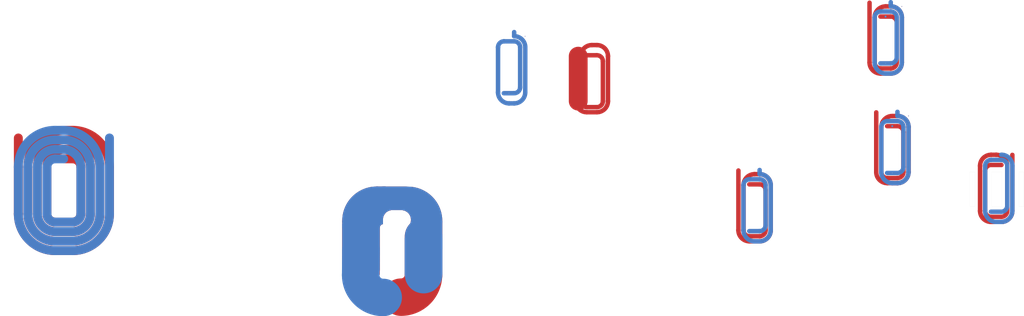
<source format=kicad_pcb>
(kicad_pcb (version 20241229) (generator "pcbnew") (generator_version "9.0")
  (layers (0 "F.Cu" signal) (4 "In1.Cu" signal) (6 "In2.Cu" signal) (2 "B.Cu" signal) (13 "F.Paste" user) (15 "B.Paste" user) (5 "F.SilkS" user "F.Silkscreen") (7 "B.SilkS" user "B.Silkscreen") (1 "F.Mask" user) (3 "B.Mask" user) (25 "Edge.Cuts" user))
  (net 0 "")
  (footprint "clipboard:c60029b3-c6f7-42b8-9672-98e0133d25b6" (layer "F.Cu") (at 387.33 104.01)
    (property "Reference" "" (at 0 0 0) (layer "F.SilkS") (effects (font (size 1.27 1.27))))
    (property "Value" "")
    (fp_line (start -16.9625 -8.8625) (end -16.9625 -44.9125) (stroke (width 3.575)) (layer "F.Cu"))
    (fp_line (start -12.8875 -8.8625) (end -12.8875 -40.8375) (stroke (width 3.575)) (layer "F.Cu"))
    (fp_line (start -8.1 -53.775) (end -4.075 -53.775) (stroke (width 3.575)) (layer "F.Cu"))
    (fp_line (start 0 -4.075) (end -8.1 -4.075) (stroke (width 3.575)) (layer "F.Cu"))
    (fp_line (start 0 0) (end -8.1 0) (stroke (width 3.575)) (layer "F.Cu"))
    (fp_line (start 0.17 -45.625) (end -7.53 -45.625) (stroke (width 3.575)) (layer "F.Cu"))
    (fp_line (start 4.7875 -44.9125) (end 4.7875 -8.8625) (stroke (width 3.575)) (layer "F.Cu"))
    (fp_line (start 8.8625 -53.7025) (end 8.8625 -8.8625) (stroke (width 3.575)) (layer "F.Cu"))
    (fp_arc (start -16.9625 -44.9125) (mid -14.366734 -51.179234) (end -8.1 -53.775) (stroke (width 3.575)) (layer "F.Cu"))
    (fp_arc (start -12.8875 -40.8375) (mid -11.485274 -44.222774) (end -8.1 -45.625) (stroke (width 3.575)) (layer "F.Cu"))
    (fp_arc (start -8.1 -4.075) (mid -11.485274 -5.477226) (end -12.8875 -8.8625) (stroke (width 3.575)) (layer "F.Cu"))
    (fp_arc (start -8.1 0) (mid -14.366734 -2.595766) (end -16.9625 -8.8625) (stroke (width 3.575)) (layer "F.Cu"))
    (fp_arc (start -4.075 -53.775) (mid 2.191734 -51.179234) (end 4.7875 -44.9125) (stroke (width 3.575)) (layer "F.Cu"))
    (fp_arc (start 4.7875 -8.8625) (mid 3.385274 -5.477226) (end 0 -4.075) (stroke (width 3.575)) (layer "F.Cu"))
    (fp_arc (start 8.8625 -8.8625) (mid 6.266734 -2.595766) (end 0 0) (stroke (width 3.575)) (layer "F.Cu"))
    (fp_line (start -12.8875 -8.8625) (end -12.8875 -44.9125) (stroke (width 3.575)) (layer "B.Cu"))
    (fp_line (start -8.27 -8.15) (end -0.57 -8.15) (stroke (width 3.575)) (layer "B.Cu"))
    (fp_line (start -8.1 -49.7) (end 0 -49.7) (stroke (width 3.575)) (layer "B.Cu"))
    (fp_line (start 0 0) (end -4.025 0) (stroke (width 3.575)) (layer "B.Cu"))
    (fp_line (start 4.7875 -44.9125) (end 4.7875 -12.9375) (stroke (width 3.575)) (layer "B.Cu"))
    (fp_line (start 8.89342 -44.9125) (end 8.8625 -8.8625) (stroke (width 3.575)) (layer "B.Cu"))
    (fp_arc (start -12.8875 -44.9125) (mid -11.485274 -48.297774) (end -8.1 -49.7) (stroke (width 3.575)) (layer "B.Cu"))
    (fp_arc (start -4.025 0) (mid -10.291734 -2.595766) (end -12.8875 -8.8625) (stroke (width 3.575)) (layer "B.Cu"))
    (fp_arc (start -0.000001 -53.80592) (mid 6.288597 -51.201098) (end 8.89342 -44.9125) (stroke (width 3.575)) (layer "B.Cu"))
    (fp_arc (start 0 -49.7) (mid 3.385274 -48.297774) (end 4.7875 -44.9125) (stroke (width 3.575)) (layer "B.Cu"))
    (fp_arc (start 4.7875 -12.9375) (mid 3.385274 -9.552226) (end 0 -8.15) (stroke (width 3.575)) (layer "B.Cu"))
    (fp_arc (start 8.8625 -8.8625) (mid 6.266734 -2.595766) (end 0 0) (stroke (width 3.575)) (layer "B.Cu"))
    (fp_rect (start -25.088266 -40.129234) (end -21.178266 -12.229234) (stroke (width 0.05)) (fill no) (layer "Edge.Cuts"))
    (fp_rect (start -7.548266 -40.139234) (end 0.571734 -12.249234) (stroke (width 0.05)) (fill no) (layer "Edge.Cuts"))
    (fp_rect (start 14.201734 -40.149234) (end 18.111734 -12.249234) (stroke (width 0.05)) (fill no) (layer "Edge.Cuts"))
  )
  (gr_arc (start -355.26 53.5) (mid -350.619612 55.422112) (end -348.6975 60.0625) (stroke (width 7.125)) (layer "F.Cu"))
  (gr_line (start 298.955 -68.6225) (end 294.93 -68.6225) (stroke (width 3.575)) (layer "F.Cu"))
  (gr_arc (start -74.68 146.2775) (mid -79.952078 159.005422) (end -92.68 164.2775) (stroke (width 30)) (layer "F.Cu"))
  (gr_arc (start 198.8725 110.67) (mid 197.470274 114.055274) (end 194.085 115.4575) (stroke (width 3.575)) (layer "F.Cu"))
  (gr_line (start -375.8225 60.0625) (end -375.8225 97.5625) (stroke (width 7.125)) (layer "F.Cu"))
  (gr_line (start -333.4475 97.5625) (end -333.4475 60.0625) (stroke (width 7.125)) (layer "F.Cu"))
  (gr_line (start 49.03 7.27) (end 49.02 -28.77) (stroke (width 15.05)) (layer "F.Cu"))
  (gr_line (start 181.1975 74.62) (end 181.1975 110.67) (stroke (width 3.575)) (layer "F.Cu"))
  (gr_arc (start 63.9675 -29.4875) (mid 67.352774 -28.085274) (end 68.755 -24.7) (stroke (width 3.575)) (layer "F.Cu"))
  (gr_line (start 55.8675 16.1375) (end 63.9675 16.1375) (stroke (width 3.575)) (layer "F.Cu"))
  (gr_line (start -355.26 38.25) (end -361.635 38.25) (stroke (width 7.125)) (layer "F.Cu"))
  (gr_arc (start -391.0725 60.0625) (mid -382.450456 39.247044) (end -361.635 30.625) (stroke (width 7.125)) (layer "F.Cu"))
  (gr_arc (start 286.0675 -59.76) (mid 288.663266 -66.026734) (end 294.93 -68.6225) (stroke (width 3.575)) (layer "F.Cu"))
  (gr_line (start -369.26 111.75) (end -355.26 111.75) (stroke (width 7.125)) (layer "F.Cu"))
  (gr_line (start 185.985 119.5325) (end 194.085 119.5325) (stroke (width 3.575)) (layer "F.Cu"))
  (gr_arc (start -369.26 111.75) (mid -379.292077 107.594577) (end -383.4475 97.5625) (stroke (width 7.125)) (layer "F.Cu"))
  (gr_line (start 303.7425 -23.71) (end 303.7425 -55.685) (stroke (width 3.575)) (layer "F.Cu"))
  (gr_arc (start 296.215 68.8675) (mid 292.829726 67.465274) (end 291.4275 64.08) (stroke (width 3.575)) (layer "F.Cu"))
  (gr_arc (start -369.26 104.125) (mid -373.900388 102.202888) (end -375.8225 97.5625) (stroke (width 7.125)) (layer "F.Cu"))
  (gr_line (start 177.1225 62.85) (end 177.1225 110.67) (stroke (width 3.575)) (layer "F.Cu"))
  (gr_line (start 296.215 72.9425) (end 304.315 72.9425) (stroke (width 3.575)) (layer "F.Cu"))
  (gr_line (start -398.6975 36.7625) (end -398.6975 97.5625) (stroke (width 7.125)) (layer "F.Cu"))
  (gr_line (start -325.8225 97.5625) (end -325.8225 60.0625) (stroke (width 7.125)) (layer "F.Cu"))
  (gr_line (start 55.8675 12.0625) (end 63.9675 12.0625) (stroke (width 3.575)) (layer "F.Cu"))
  (gr_line (start 290.855 -14.8475) (end 298.955 -14.8475) (stroke (width 3.575)) (layer "F.Cu"))
  (gr_arc (start 307.8175 -23.71) (mid 305.221734 -17.443266) (end 298.955 -14.8475) (stroke (width 3.575)) (layer "F.Cu"))
  (gr_arc (start 72.83 7.275) (mid 70.234234 13.541734) (end 63.9675 16.1375) (stroke (width 3.575)) (layer "F.Cu"))
  (gr_line (start 287.3525 16.26) (end 287.3525 64.08) (stroke (width 3.575)) (layer "F.Cu"))
  (gr_line (start -74.68 146.2775) (end -74.68 115.81) (stroke (width 30)) (layer "F.Cu"))
  (gr_arc (start -333.4475 97.5625) (mid -339.836233 112.986267) (end -355.26 119.375) (stroke (width 7.125)) (layer "F.Cu"))
  (gr_arc (start -109.8 108.79) (mid -109.057429 106.764874) (end -107.188526 105.687956) (stroke (width 0.2)) (layer "F.Cu"))
  (gr_line (start 281.9925 -71.53) (end 281.9925 -23.71) (stroke (width 3.575)) (layer "F.Cu"))
  (gr_arc (start 185.985 115.4575) (mid 182.599726 114.055274) (end 181.1975 110.67) (stroke (width 3.575)) (layer "F.Cu"))
  (gr_arc (start 313.1775 64.08) (mid 310.581734 70.346734) (end 304.315 72.9425) (stroke (width 3.575)) (layer "F.Cu"))
  (gr_line (start 185.815 73.9075) (end 193.515 73.9075) (stroke (width 3.575)) (layer "F.Cu"))
  (gr_arc (start 185.985 119.5325) (mid 179.718266 116.936734) (end 177.1225 110.67) (stroke (width 3.575)) (layer "F.Cu"))
  (gr_arc (start -348.6975 97.5625) (mid -350.619612 102.202888) (end -355.26 104.125) (stroke (width 7.125)) (layer "F.Cu"))
  (gr_arc (start -325.8225 97.5625) (mid -334.444544 118.377956) (end -355.26 127) (stroke (width 7.125)) (layer "F.Cu"))
  (gr_line (start -369.26 119.375) (end -355.26 119.375) (stroke (width 7.125)) (layer "F.Cu"))
  (gr_arc (start 55.8675 16.1375) (mid 49.600766 13.541734) (end 47.005 7.275) (stroke (width 3.575)) (layer "F.Cu"))
  (gr_arc (start -130.24 103.1175) (mid -124.967922 90.389578) (end -112.24 85.1175) (stroke (width 18.88)) (layer "F.Cu"))
  (gr_line (start 72.83 7.275) (end 72.83 -28.775) (stroke (width 3.575)) (layer "F.Cu"))
  (gr_arc (start -383.4475 60.0625) (mid -377.058767 44.638733) (end -361.635 38.25) (stroke (width 7.125)) (layer "F.Cu"))
  (gr_line (start -88.73 85.1175) (end -106.68 85.1175) (stroke (width 18.88)) (layer "F.Cu"))
  (gr_arc (start 194.085 65.7575) (mid 200.351734 68.353266) (end 202.9475 74.62) (stroke (width 3.575)) (layer "F.Cu"))
  (gr_line (start 286.0675 -59.76) (end 286.0675 -23.71) (stroke (width 3.575)) (layer "F.Cu"))
  (gr_line (start -355.26 30.625) (end -361.635 30.625) (stroke (width 7.125)) (layer "F.Cu"))
  (gr_arc (start 304.315 19.1675) (mid 310.581734 21.763266) (end 313.1775 28.03) (stroke (width 3.575)) (layer "F.Cu"))
  (gr_arc (start 290.855 -18.9225) (mid 287.469726 -20.324726) (end 286.0675 -23.71) (stroke (width 3.575)) (layer "F.Cu"))
  (gr_line (start -355.26 53.5) (end -362.08 53.5) (stroke (width 7.125)) (layer "F.Cu"))
  (gr_line (start 291.4275 28.03) (end 291.4275 64.08) (stroke (width 3.575)) (layer "F.Cu"))
  (gr_arc (start -369.26 119.375) (mid -384.683767 112.986267) (end -391.0725 97.5625) (stroke (width 7.125)) (layer "F.Cu"))
  (gr_line (start 68.755 7.275) (end 68.755 -24.7) (stroke (width 3.575)) (layer "F.Cu"))
  (gr_line (start 290.855 -18.9225) (end 298.955 -18.9225) (stroke (width 3.575)) (layer "F.Cu"))
  (gr_line (start 198.8725 110.67) (end 198.8725 78.695) (stroke (width 3.575)) (layer "F.Cu"))
  (gr_line (start -348.6975 97.5625) (end -348.6975 60.0625) (stroke (width 7.125)) (layer "F.Cu"))
  (gr_line (start 290.685 -60.4725) (end 298.385 -60.4725) (stroke (width 3.575)) (layer "F.Cu"))
  (gr_line (start 194.085 65.7575) (end 190.06 65.7575) (stroke (width 3.575)) (layer "F.Cu"))
  (gr_arc (start 296.215 72.9425) (mid 289.948266 70.346734) (end 287.3525 64.08) (stroke (width 3.575)) (layer "F.Cu"))
  (gr_arc (start 303.7425 -23.71) (mid 302.340274 -20.324726) (end 298.955 -18.9225) (stroke (width 3.575)) (layer "F.Cu"))
  (gr_arc (start -341.0725 97.5625) (mid -345.227923 107.594577) (end -355.26 111.75) (stroke (width 7.125)) (layer "F.Cu"))
  (gr_arc (start 51.08 -28.775) (mid 53.675766 -35.041734) (end 59.9425 -37.6375) (stroke (width 3.575)) (layer "F.Cu"))
  (gr_arc (start 290.855 -14.8475) (mid 284.588266 -17.443266) (end 281.9925 -23.71) (stroke (width 3.575)) (layer "F.Cu"))
  (gr_arc (start -87.12 85.2175) (mid -74.392078 90.489578) (end -69.12 103.2175) (stroke (width 18.88)) (layer "F.Cu"))
  (gr_rect (start -112.35 75.7775) (end -105.07 77.7475) (stroke (width 0.2)) (fill yes) (layer "F.Cu"))
  (gr_arc (start -355.26 38.25) (mid -339.836233 44.638733) (end -333.4475 60.0625) (stroke (width 7.125)) (layer "F.Cu"))
  (gr_line (start -341.0725 97.5625) (end -341.0725 60.0625) (stroke (width 7.125)) (layer "F.Cu"))
  (gr_arc (start 68.755 7.275) (mid 67.352774 10.660274) (end 63.9675 12.0625) (stroke (width 3.575)) (layer "F.Cu"))
  (gr_line (start 309.1025 64.08) (end 309.1025 32.105) (stroke (width 3.575)) (layer "F.Cu"))
  (gr_arc (start 63.9675 -37.6375) (mid 70.234234 -35.041734) (end 72.83 -28.775) (stroke (width 3.575)) (layer "F.Cu"))
  (gr_arc (start 181.1975 74.62) (mid 183.793266 68.353266) (end 190.06 65.7575) (stroke (width 3.575)) (layer "F.Cu"))
  (gr_line (start -383.4475 60.0625) (end -383.4475 97.5625) (stroke (width 7.125)) (layer "F.Cu"))
  (gr_line (start -369.26 127) (end -355.26 127) (stroke (width 7.125)) (layer "F.Cu"))
  (gr_line (start -369.26 104.125) (end -355.26 104.125) (stroke (width 7.125)) (layer "F.Cu"))
  (gr_poly (pts (xy -91.203398 94.510084) (xy -88.863398 95.140084) (xy -86.373398 97.050084) (xy -85.183398 99.040084) (xy -84.503398 101.500084) (xy -84.523398 103.470084) (xy -85.031572 105.215282) (xy -76.503398 100.750084) (xy -85.031572 93.440084) (xy -90.933398 94.020084)) (stroke (width 0.2)) (fill yes) (layer "F.Cu"))
  (gr_line (start -391.0725 60.0625) (end -391.0725 97.5625) (stroke (width 7.125)) (layer "F.Cu"))
  (gr_poly (pts (xy -109.641245 105.040586) (xy -107.631245 105.350586) (xy -109.128674 106.745461) (xy -109.561245 107.490586) (xy -109.801245 107.960586) (xy -110.161245 107.490586)) (stroke (width 0.2)) (fill yes) (layer "F.Cu"))
  (gr_arc (start 309.1025 64.08) (mid 307.700274 67.465274) (end 304.315 68.8675) (stroke (width 3.575)) (layer "F.Cu"))
  (gr_line (start 63.9675 -37.6375) (end 59.9425 -37.6375) (stroke (width 3.575)) (layer "F.Cu"))
  (gr_line (start 202.9475 110.67) (end 202.9475 74.62) (stroke (width 3.575)) (layer "F.Cu"))
  (gr_line (start -355.26 45.875) (end -361.635 45.875) (stroke (width 7.125)) (layer "F.Cu"))
  (gr_arc (start 55.8675 12.0625) (mid 52.482226 10.660274) (end 51.08 7.275) (stroke (width 3.575)) (layer "F.Cu"))
  (gr_arc (start -375.8225 60.0625) (mid -371.667077 50.030423) (end -361.635 45.875) (stroke (width 7.125)) (layer "F.Cu"))
  (gr_arc (start -369.26 127) (mid -390.075456 118.377956) (end -398.6975 97.5625) (stroke (width 7.125)) (layer "F.Cu"))
  (gr_rect (start -139.59 108.7775) (end -109.79 146.2775) (stroke (width 0.2)) (fill yes) (layer "F.Cu"))
  (gr_line (start 296.215 68.8675) (end 304.315 68.8675) (stroke (width 3.575)) (layer "F.Cu"))
  (gr_line (start 304.315 19.1675) (end 300.29 19.1675) (stroke (width 3.575)) (layer "F.Cu"))
  (gr_arc (start 291.4275 28.03) (mid 294.023266 21.763266) (end 300.29 19.1675) (stroke (width 3.575)) (layer "F.Cu"))
  (gr_arc (start 298.955 -68.6225) (mid 305.221734 -66.026734) (end 307.8175 -59.76) (stroke (width 3.575)) (layer "F.Cu"))
  (gr_line (start 55.6975 -29.4875) (end 63.3975 -29.4875) (stroke (width 3.575)) (layer "F.Cu"))
  (gr_arc (start 194.085 73.9075) (mid 197.470274 75.309726) (end 198.8725 78.695) (stroke (width 3.575)) (layer "F.Cu"))
  (gr_arc (start -355.26 30.625) (mid -334.444544 39.247044) (end -325.8225 60.0625) (stroke (width 7.125)) (layer "F.Cu"))
  (gr_poly (pts (xy -100.4 94.56) (xy -102.32 95.06) (xy -104.4 96.24) (xy -105.66 97.65) (xy -106.62 99.35) (xy -107.05 101) (xy -107.11 102.89) (xy -107.1 105.79) (xy -109.08 106.18) (xy -109.73 107.51) (xy -109.72 108.78) (xy -139.68 108.79) (xy -139.69 103.1) (xy -121.78 89.28)) (fill yes) (layer "F.Cu"))
  (gr_arc (start 304.315 27.3175) (mid 307.700274 28.719726) (end 309.1025 32.105) (stroke (width 3.575)) (layer "F.Cu"))
  (gr_arc (start 298.955 -60.4725) (mid 302.340274 -59.070274) (end 303.7425 -55.685) (stroke (width 3.575)) (layer "F.Cu"))
  (gr_rect (start -62.87 103.21) (end -59.78 125.75) (stroke (width 0.2)) (fill yes) (layer "F.Cu"))
  (gr_line (start 185.985 115.4575) (end 194.085 115.4575) (stroke (width 3.575)) (layer "F.Cu"))
  (gr_arc (start 202.9475 110.67) (mid 200.351734 116.936734) (end 194.085 119.5325) (stroke (width 3.575)) (layer "F.Cu"))
  (gr_line (start 307.8175 -23.71) (end 307.8175 -59.76) (stroke (width 3.575)) (layer "F.Cu"))
  (gr_arc (start -355.26 45.875) (mid -345.227923 50.030423) (end -341.0725 60.0625) (stroke (width 7.125)) (layer "F.Cu"))
  (gr_line (start 296.045 27.3175) (end 303.745 27.3175) (stroke (width 3.575)) (layer "F.Cu"))
  (gr_line (start 313.1775 64.08) (end 313.1775 28.03) (stroke (width 3.575)) (layer "F.Cu"))
  (gr_arc (start -92.27 94.420001) (mid -85.893264 97.980781) (end -85.138174 105.245198) (stroke (width 0.3)) (layer "F.Cu"))
  (gr_line (start -398.6975 97.5625) (end -398.6975 60.0625) (stroke (width 7.125)) (layer "B.Cu"))
  (gr_line (start 290.855 -64.5475) (end 298.955 -64.5475) (stroke (width 3.575)) (layer "B.Cu"))
  (gr_line (start -369.26 45.875) (end -362.885 45.875) (stroke (width 7.125)) (layer "B.Cu"))
  (gr_line (start -325.8225 36.7625) (end -325.8225 97.5625) (stroke (width 7.125)) (layer "B.Cu"))
  (gr_arc (start -369.26 111.75) (mid -379.292077 107.594577) (end -383.4475 97.5625) (stroke (width 7.125)) (layer "B.Cu"))
  (gr_arc (start -6.230075 9.0625) (mid -12.496809 6.466734) (end -15.092575 0.2) (stroke (width 3.575)) (layer "B.Cu"))
  (gr_arc (start -15.092575 -35.85) (mid -13.690349 -39.235274) (end -10.305075 -40.6375) (stroke (width 3.575)) (layer "B.Cu"))
  (gr_arc (start 6.657425 0.2) (mid 4.061659 6.466734) (end -2.205075 9.0625) (stroke (width 3.575)) (layer "B.Cu"))
  (gr_arc (start -106.931826 164.502218) (mid -119.659748 159.23014) (end -124.931826 146.502218) (stroke (width 30)) (layer "B.Cu"))
  (gr_rect (start -139.581826 105.534718) (end -109.781826 143.034718) (stroke (width 0.2)) (fill yes) (layer "B.Cu"))
  (gr_line (start 194.085 119.5325) (end 190.06 119.5325) (stroke (width 3.575)) (layer "B.Cu"))
  (gr_arc (start 300.29 72.9425) (mid 294.023266 70.346734) (end 291.4275 64.08) (stroke (width 3.575)) (layer "B.Cu"))
  (gr_line (start -369.26 53.5) (end -362.44 53.5) (stroke (width 7.125)) (layer "B.Cu"))
  (gr_arc (start -109.791826 108.764718) (mid -109.049255 106.739591) (end -107.180352 105.662674) (stroke (width 0.2)) (layer "B.Cu"))
  (gr_arc (start -375.8225 60.0625) (mid -373.900388 55.422112) (end -369.26 53.5) (stroke (width 7.125)) (layer "B.Cu"))
  (gr_arc (start 202.9475 110.67) (mid 200.351734 116.936734) (end 194.085 119.5325) (stroke (width 3.575)) (layer "B.Cu"))
  (gr_rect (start -112.341826 75.752218) (end -105.061826 77.722218) (stroke (width 0.2)) (fill yes) (layer "B.Cu"))
  (gr_line (start 303.7425 -59.76) (end 303.7425 -27.785) (stroke (width 3.575)) (layer "B.Cu"))
  (gr_arc (start -362.885 30.625) (mid -342.069544 39.247044) (end -333.4475 60.0625) (stroke (width 7.125)) (layer "B.Cu"))
  (gr_line (start -375.8225 97.5625) (end -375.8225 60.0625) (stroke (width 7.125)) (layer "B.Cu"))
  (gr_line (start -124.931826 146.502218) (end -124.671826 125.787218) (stroke (width 30)) (layer "B.Cu"))
  (gr_poly (pts (xy -91.195224 94.484802) (xy -88.855224 95.114802) (xy -86.365224 97.024802) (xy -85.175224 99.014802) (xy -84.495224 101.474802) (xy -84.515224 103.444802) (xy -85.023398 105.19) (xy -76.495224 100.724802) (xy -85.023398 93.414802) (xy -90.925224 93.994802)) (stroke (width 0.2)) (fill yes) (layer "B.Cu"))
  (gr_arc (start 194.085 69.8325) (mid 197.470274 71.234726) (end 198.8725 74.62) (stroke (width 3.575)) (layer "B.Cu"))
  (gr_line (start 304.314999 19.136581) (end 304.314999 15.84) (stroke (width 3.575)) (layer "B.Cu"))
  (gr_arc (start -398.6975 60.0625) (mid -390.075456 39.247044) (end -369.26 30.625) (stroke (width 7.125)) (layer "B.Cu"))
  (gr_arc (start -333.4475 97.5625) (mid -339.836233 112.986267) (end -355.26 119.375) (stroke (width 7.125)) (layer "B.Cu"))
  (gr_line (start 185.815 111.3825) (end 193.515 111.3825) (stroke (width 3.575)) (layer "B.Cu"))
  (gr_line (start -88.721826 85.092218) (end -106.671826 85.092218) (stroke (width 18.88)) (layer "B.Cu"))
  (gr_line (start -2.205076 -44.743419) (end -2.205076 -48.04) (stroke (width 3.575)) (layer "B.Cu"))
  (gr_arc (start 303.7425 -27.785) (mid 302.340274 -24.399726) (end 298.955 -22.9975) (stroke (width 3.575)) (layer "B.Cu"))
  (gr_arc (start 307.8175 -23.71) (mid 305.221734 -17.443266) (end 298.955 -14.8475) (stroke (width 3.575)) (layer "B.Cu"))
  (gr_arc (start 2.582425 -3.875) (mid 1.180199 -0.489726) (end -2.205075 0.9125) (stroke (width 3.575)) (layer "B.Cu"))
  (gr_arc (start -87.111826 85.192218) (mid -74.383904 90.464296) (end -69.111826 103.192218) (stroke (width 18.88)) (layer "B.Cu"))
  (gr_line (start -391.0725 97.5625) (end -391.0725 60.0625) (stroke (width 7.125)) (layer "B.Cu"))
  (gr_arc (start 304.314999 19.13658) (mid 310.603597 21.741402) (end 313.20842 28.03) (stroke (width 3.575)) (layer "B.Cu"))
  (gr_line (start -369.26 30.625) (end -362.885 30.625) (stroke (width 7.125)) (layer "B.Cu"))
  (gr_line (start 286.0675 -23.71) (end 286.0675 -59.76) (stroke (width 3.575)) (layer "B.Cu"))
  (gr_line (start 313.20842 28.03) (end 313.1775 64.08) (stroke (width 3.575)) (layer "B.Cu"))
  (gr_arc (start 309.1025 60.005) (mid 307.700274 63.390274) (end 304.315 64.7925) (stroke (width 3.575)) (layer "B.Cu"))
  (gr_line (start 198.8725 74.62) (end 198.8725 106.595) (stroke (width 3.575)) (layer "B.Cu"))
  (gr_arc (start -362.885 45.875) (mid -352.852923 50.030423) (end -348.6975 60.0625) (stroke (width 7.125)) (layer "B.Cu"))
  (gr_line (start -10.305075 -40.6375) (end -2.205075 -40.6375) (stroke (width 3.575)) (layer "B.Cu"))
  (gr_line (start 290.685 -22.9975) (end 298.385 -22.9975) (stroke (width 3.575)) (layer "B.Cu"))
  (gr_arc (start -348.6975 97.5625) (mid -350.619612 102.202888) (end -355.26 104.125) (stroke (width 7.125)) (layer "B.Cu"))
  (gr_line (start -74.651826 146.252218) (end -74.651826 115.784718) (stroke (width 30)) (layer "B.Cu"))
  (gr_line (start 298.955 -14.8475) (end 294.93 -14.8475) (stroke (width 3.575)) (layer "B.Cu"))
  (gr_line (start -355.26 119.375) (end -369.26 119.375) (stroke (width 7.125)) (layer "B.Cu"))
  (gr_arc (start -369.26 127) (mid -390.075456 118.377956) (end -398.6975 97.5625) (stroke (width 7.125)) (layer "B.Cu"))
  (gr_line (start 181.1975 110.67) (end 181.1975 74.62) (stroke (width 3.575)) (layer "B.Cu"))
  (gr_line (start -383.4475 97.5625) (end -383.4475 60.0625) (stroke (width 7.125)) (layer "B.Cu"))
  (gr_line (start -10.475075 0.9125) (end -2.775075 0.9125) (stroke (width 3.575)) (layer "B.Cu"))
  (gr_line (start -2.205075 9.0625) (end -6.230075 9.0625) (stroke (width 3.575)) (layer "B.Cu"))
  (gr_arc (start -130.241826 103.092218) (mid -124.969748 90.364296) (end -112.241826 85.092218) (stroke (width 18.88)) (layer "B.Cu"))
  (gr_arc (start 198.8725 106.595) (mid 197.470274 109.980274) (end 194.085 111.3825) (stroke (width 3.575)) (layer "B.Cu"))
  (gr_arc (start 313.1775 64.08) (mid 310.581734 70.346734) (end 304.315 72.9425) (stroke (width 3.575)) (layer "B.Cu"))
  (gr_rect (start -89.571826 116.902218) (end -59.771826 146.252218) (stroke (width 0.2)) (fill yes) (layer "B.Cu"))
  (gr_arc (start 294.93 -14.8475) (mid 288.663266 -17.443266) (end 286.0675 -23.71) (stroke (width 3.575)) (layer "B.Cu"))
  (gr_arc (start 181.1975 74.62) (mid 182.599726 71.234726) (end 185.985 69.8325) (stroke (width 3.575)) (layer "B.Cu"))
  (gr_line (start 296.045 64.7925) (end 303.745 64.7925) (stroke (width 3.575)) (layer "B.Cu"))
  (gr_arc (start -383.4475 60.0625) (mid -379.292077 50.030423) (end -369.26 45.875) (stroke (width 7.125)) (layer "B.Cu"))
  (gr_arc (start 298.955 -64.5475) (mid 302.340274 -63.145274) (end 303.7425 -59.76) (stroke (width 3.575)) (layer "B.Cu"))
  (gr_line (start 202.97842 74.62) (end 202.9475 110.67) (stroke (width 3.575)) (layer "B.Cu"))
  (gr_line (start -348.6975 60.0625) (end -348.6975 97.5625) (stroke (width 7.125)) (layer "B.Cu"))
  (gr_arc (start -369.26 119.375) (mid -384.683767 112.986267) (end -391.0725 97.5625) (stroke (width 7.125)) (layer "B.Cu"))
  (gr_line (start -15.092575 0.2) (end -15.092575 -35.85) (stroke (width 3.575)) (layer "B.Cu"))
  (gr_line (start 298.954999 -68.653419) (end 298.954999 -71.95) (stroke (width 3.575)) (layer "B.Cu"))
  (gr_line (start -355.26 111.75) (end -369.26 111.75) (stroke (width 7.125)) (layer "B.Cu"))
  (gr_arc (start -341.0725 97.5625) (mid -345.227923 107.594577) (end -355.26 111.75) (stroke (width 7.125)) (layer "B.Cu"))
  (gr_poly (pts (xy -100.391826 94.534718) (xy -102.311826 95.034718) (xy -104.391826 96.214718) (xy -105.651826 97.624718) (xy -106.611826 99.324718) (xy -107.041826 100.974718) (xy -107.101826 102.864718) (xy -107.091826 105.764718) (xy -109.071826 106.154718) (xy -109.721826 107.484718) (xy -109.711826 108.754718) (xy -139.671826 108.764718) (xy -139.681826 103.074718) (xy -121.771826 89.254718)) (fill yes) (layer "B.Cu"))
  (gr_arc (start 298.954999 -68.65342) (mid 305.243597 -66.048598) (end 307.84842 -59.76) (stroke (width 3.575)) (layer "B.Cu"))
  (gr_rect (start -62.861826 103.184718) (end -59.771826 125.724718) (stroke (width 0.2)) (fill yes) (layer "B.Cu"))
  (gr_arc (start 194.084999 65.72658) (mid 200.373597 68.331402) (end 202.97842 74.62) (stroke (width 3.575)) (layer "B.Cu"))
  (gr_line (start -369.26 38.25) (end -362.885 38.25) (stroke (width 7.125)) (layer "B.Cu"))
  (gr_line (start 194.084999 65.726581) (end 194.084999 62.43) (stroke (width 3.575)) (layer "B.Cu"))
  (gr_line (start -355.26 127) (end -369.26 127) (stroke (width 7.125)) (layer "B.Cu"))
  (gr_arc (start -391.0725 60.0625) (mid -384.683767 44.638733) (end -369.26 38.25) (stroke (width 7.125)) (layer "B.Cu"))
  (gr_line (start 2.582425 -35.85) (end 2.582425 -3.875) (stroke (width 3.575)) (layer "B.Cu"))
  (gr_arc (start -2.205076 -44.74342) (mid 4.083522 -42.138598) (end 6.688345 -35.85) (stroke (width 3.575)) (layer "B.Cu"))
  (gr_arc (start -92.261826 94.394719) (mid -85.88509 97.955499) (end -85.13 105.219916) (stroke (width 0.3)) (layer "B.Cu"))
  (gr_arc (start -325.8225 97.5625) (mid -334.444544 118.377956) (end -355.26 127) (stroke (width 7.125)) (layer "B.Cu"))
  (gr_poly (pts (xy -109.633071 105.015304) (xy -107.623071 105.325304) (xy -109.1205 106.720179) (xy -109.553071 107.465304) (xy -109.793071 107.935304) (xy -110.153071 107.465304)) (stroke (width 0.2)) (fill yes) (layer "B.Cu"))
  (gr_arc (start -2.205075 -40.6375) (mid 1.180199 -39.235274) (end 2.582425 -35.85) (stroke (width 3.575)) (layer "B.Cu"))
  (gr_arc (start 291.4275 28.03) (mid 292.829726 24.644726) (end 296.215 23.2425) (stroke (width 3.575)) (layer "B.Cu"))
  (gr_arc (start -362.885 38.25) (mid -347.461233 44.638733) (end -341.0725 60.0625) (stroke (width 7.125)) (layer "B.Cu"))
  (gr_line (start 185.985 69.8325) (end 194.085 69.8325) (stroke (width 3.575)) (layer "B.Cu"))
  (gr_line (start -355.26 104.125) (end -369.26 104.125) (stroke (width 7.125)) (layer "B.Cu"))
  (gr_line (start -341.0725 60.0625) (end -341.0725 97.5625) (stroke (width 7.125)) (layer "B.Cu"))
  (gr_arc (start -369.26 104.125) (mid -373.900388 102.202888) (end -375.8225 97.5625) (stroke (width 7.125)) (layer "B.Cu"))
  (gr_line (start -333.4475 60.0625) (end -333.4475 97.5625) (stroke (width 7.125)) (layer "B.Cu"))
  (gr_line (start 291.4275 64.08) (end 291.4275 28.03) (stroke (width 3.575)) (layer "B.Cu"))
  (gr_line (start 307.84842 -59.76) (end 307.8175 -23.71) (stroke (width 3.575)) (layer "B.Cu"))
  (gr_line (start 296.215 23.2425) (end 304.315 23.2425) (stroke (width 3.575)) (layer "B.Cu"))
  (gr_line (start 309.1025 28.03) (end 309.1025 60.005) (stroke (width 3.575)) (layer "B.Cu"))
  (gr_arc (start 190.06 119.5325) (mid 183.793266 116.936734) (end 181.1975 110.67) (stroke (width 3.575)) (layer "B.Cu"))
  (gr_arc (start 286.0675 -59.76) (mid 287.469726 -63.145274) (end 290.855 -64.5475) (stroke (width 3.575)) (layer "B.Cu"))
  (gr_line (start 6.688345 -35.85) (end 6.657425 0.2) (stroke (width 3.575)) (layer "B.Cu"))
  (gr_line (start 304.315 72.9425) (end 300.29 72.9425) (stroke (width 3.575)) (layer "B.Cu"))
  (gr_arc (start 304.315 23.2425) (mid 307.700274 24.644726) (end 309.1025 28.03) (stroke (width 3.575)) (layer "B.Cu"))
  (via (at 300.14 27.3175) (size 1.6) (drill 0.3) (layers "F.Cu" "B.Cu") (net 0))
  (via (at 6.609925 -44.7125) (size 0.6) (drill 0.3) (layers "F.Cu" "B.Cu") (net 0))
  (via (at -6.360075 0.9125) (size 0.6) (drill 0.3) (layers "F.Cu" "B.Cu") (net 0))
  (via (at 300.16 64.7925) (size 0.6) (drill 0.3) (layers "F.Cu" "B.Cu") (net 0))
  (via (at 294.8 -22.9975) (size 0.6) (drill 0.3) (layers "F.Cu" "B.Cu") (net 0))
  (via (at 307.77 -68.6225) (size 0.6) (drill 0.3) (layers "F.Cu" "B.Cu") (net 0))
  (via (at 313.13 19.1675) (size 0.6) (drill 0.3) (layers "F.Cu" "B.Cu") (net 0))
  (via (at 294.78 -60.4725) (size 1.6) (drill 0.3) (layers "F.Cu" "B.Cu") (net 0))
)
</source>
